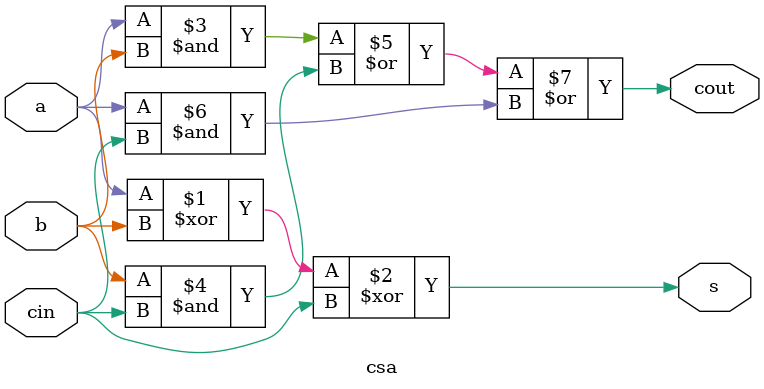
<source format=v>
module csa(
  input a,
  input b,
  input cin,
  output cout,s

);
assign s = a ^ b ^ cin;
assign cout = a & b | b & cin | a & cin;
endmodule
</source>
